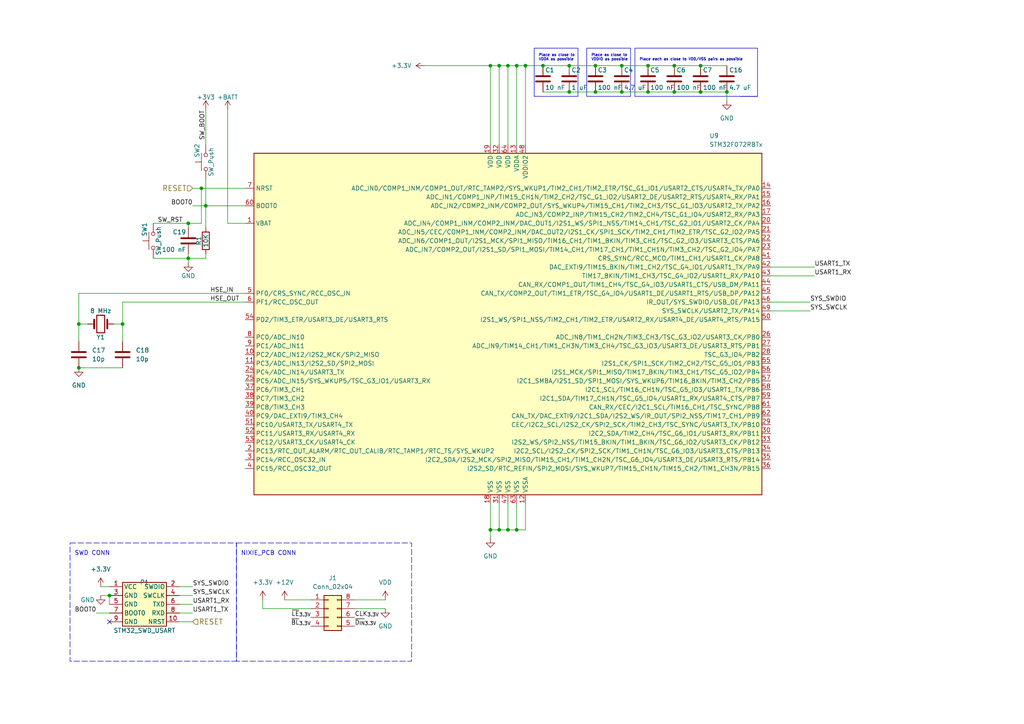
<source format=kicad_sch>
(kicad_sch (version 20230121) (generator eeschema)
  (paper "A4")
  (lib_symbols
    (symbol "Connector_Generic:Conn_02x04_Counter_Clockwise" (pin_names (offset 1.016) hide)
      (property "Reference" "J" (at 1.27 5.08 0))
      (property "Value" "Conn_02x04_Counter_Clockwise" (at 1.27 -7.62 0))
      (symbol "Conn_02x04_Counter_Clockwise_1_1"
        (rectangle (start -1.27 -4.953) (end 0 -5.207) (stroke (width 0.1524)))
        (rectangle (start -1.27 -2.413) (end 0 -2.667) (stroke (width 0.1524)))
        (rectangle (start -1.27 0.127) (end 0 -0.127) (stroke (width 0.1524)))
        (rectangle (start -1.27 2.667) (end 0 2.413) (stroke (width 0.1524)))
        (rectangle (start -1.27 3.81) (end 3.81 -6.35) (stroke (width 0.254)) (fill (type background)))
        (rectangle (start 3.81 -4.953) (end 2.54 -5.207) (stroke (width 0.1524)))
        (rectangle (start 3.81 -2.413) (end 2.54 -2.667) (stroke (width 0.1524)))
        (rectangle (start 3.81 0.127) (end 2.54 -0.127) (stroke (width 0.1524)))
        (rectangle (start 3.81 2.667) (end 2.54 2.413) (stroke (width 0.1524)))
        (pin passive line (at -5.08 2.54 0) (length 3.81) (name "Pin_1") (number "1"))
        (pin passive line (at -5.08 0 0) (length 3.81) (name "Pin_2") (number "2"))
        (pin passive line (at -5.08 -2.54 0) (length 3.81) (name "Pin_3") (number "3"))
        (pin passive line (at -5.08 -5.08 0) (length 3.81) (name "Pin_4") (number "4"))
        (pin passive line (at 7.62 -5.08 180) (length 3.81) (name "Pin_5") (number "5"))
        (pin passive line (at 7.62 -2.54 180) (length 3.81) (name "Pin_6") (number "6"))
        (pin passive line (at 7.62 0 180) (length 3.81) (name "Pin_7") (number "7"))
        (pin passive line (at 7.62 2.54 180) (length 3.81) (name "Pin_8") (number "8"))
      )
    )
    (symbol "Device:C" (pin_numbers hide) (pin_names (offset 0.254))
      (property "Reference" "C" (at 0.635 2.54 0))
      (property "Value" "C" (at 0.635 -2.54 0))
      (symbol "C_0_1"
        (polyline (pts (xy -2.032 -0.762) (xy 2.032 -0.762)) (stroke (width 0.508)))
        (polyline (pts (xy -2.032 0.762) (xy 2.032 0.762)) (stroke (width 0.508)))
      )
      (symbol "C_1_1"
        (pin passive line (at 0 3.81 270) (length 2.794) (name "~") (number "1"))
        (pin passive line (at 0 -3.81 90) (length 2.794) (name "~") (number "2"))
      )
    )
    (symbol "Device:Crystal" (pin_numbers hide) (pin_names (offset 1.016) hide)
      (property "Reference" "Y" (at 0 3.81 0))
      (property "Value" "Crystal" (at 0 -3.81 0))
      (symbol "Crystal_0_1"
        (rectangle (start -1.143 2.54) (end 1.143 -2.54) (stroke (width 0.3048)))
        (polyline (pts (xy -2.54 0) (xy -1.905 0)))
        (polyline (pts (xy -1.905 -1.27) (xy -1.905 1.27)) (stroke (width 0.508)))
        (polyline (pts (xy 1.905 -1.27) (xy 1.905 1.27)) (stroke (width 0.508)))
        (polyline (pts (xy 2.54 0) (xy 1.905 0)))
      )
      (symbol "Crystal_1_1"
        (pin passive line (at -3.81 0 0) (length 1.27) (name "1") (number "1"))
        (pin passive line (at 3.81 0 180) (length 1.27) (name "2") (number "2"))
      )
    )
    (symbol "Device:R" (pin_numbers hide) (pin_names (offset 0))
      (property "Reference" "R" (at 2.032 0 90))
      (property "Value" "R" (at 0 0 90))
      (symbol "R_0_1"
        (rectangle (start -1.016 -2.54) (end 1.016 2.54) (stroke (width 0.254)))
      )
      (symbol "R_1_1"
        (pin passive line (at 0 3.81 270) (length 1.27) (name "~") (number "1"))
        (pin passive line (at 0 -3.81 90) (length 1.27) (name "~") (number "2"))
      )
    )
    (symbol "MCU_ST_STM32F0:STM32F072RBTx"
      (property "Reference" "U1" (at 58.42 55.88 0))
      (property "Value" "STM32F072RBTx" (at 58.42 53.34 0))
      (symbol "STM32F072RBTx_0_1"
        (rectangle (start -73.66 50.8) (end 73.66 -48.26) (stroke (width 0.254)) (fill (type background)))
      )
      (symbol "STM32F072RBTx_1_1"
        (pin power_in line (at -76.2 30.48 0) (length 2.54) (name "VBAT") (number "1"))
        (pin bidirectional line (at -76.2 -7.62 0) (length 2.54) (name "PC2/ADC_IN12/I2S2_MCK/SPI2_MISO") (number "10"))
        (pin bidirectional line (at -76.2 -10.16 0) (length 2.54) (name "PC3/ADC_IN13/I2S2_SD/SPI2_MOSI") (number "11"))
        (pin power_in line (at 5.08 -50.8 90) (length 2.54) (name "VSSA") (number "12"))
        (pin power_in line (at 2.54 53.34 270) (length 2.54) (name "VDDA") (number "13"))
        (pin bidirectional line (at 76.2 40.64 180) (length 2.54) (name "ADC_IN0/COMP1_INM/COMP1_OUT/RTC_TAMP2/SYS_WKUP1/TIM2_CH1/TIM2_ETR/TSC_G1_IO1/USART2_CTS/USART4_TX/PA0") (number "14"))
        (pin bidirectional line (at 76.2 38.1 180) (length 2.54) (name "ADC_IN1/COMP1_INP/TIM15_CH1N/TIM2_CH2/TSC_G1_IO2/USART2_DE/USART2_RTS/USART4_RX/PA1") (number "15"))
        (pin bidirectional line (at 76.2 35.56 180) (length 2.54) (name "ADC_IN2/COMP2_INM/COMP2_OUT/SYS_WKUP4/TIM15_CH1/TIM2_CH3/TSC_G1_IO3/USART2_TX/PA2") (number "16"))
        (pin bidirectional line (at 76.2 33.02 180) (length 2.54) (name "ADC_IN3/COMP2_INP/TIM15_CH2/TIM2_CH4/TSC_G1_IO4/USART2_RX/PA3") (number "17"))
        (pin power_in line (at -5.08 -50.8 90) (length 2.54) (name "VSS") (number "18"))
        (pin power_in line (at -5.08 53.34 270) (length 2.54) (name "VDD") (number "19"))
        (pin bidirectional line (at -76.2 -35.56 0) (length 2.54) (name "PC13/RTC_OUT_ALARM/RTC_OUT_CALIB/RTC_TAMP1/RTC_TS/SYS_WKUP2") (number "2"))
        (pin bidirectional line (at 76.2 30.48 180) (length 2.54) (name "ADC_IN4/COMP1_INM/COMP2_INM/DAC_OUT1/I2S1_WS/SPI1_NSS/TIM14_CH1/TSC_G2_IO1/USART2_CK/PA4") (number "20"))
        (pin bidirectional line (at 76.2 27.94 180) (length 2.54) (name "ADC_IN5/CEC/COMP1_INM/COMP2_INM/DAC_OUT2/I2S1_CK/SPI1_SCK/TIM2_CH1/TIM2_ETR/TSC_G2_IO2/PA5") (number "21"))
        (pin bidirectional line (at 76.2 25.4 180) (length 2.54) (name "ADC_IN6/COMP1_OUT/I2S1_MCK/SPI1_MISO/TIM16_CH1/TIM1_BKIN/TIM3_CH1/TSC_G2_IO3/USART3_CTS/PA6") (number "22"))
        (pin bidirectional line (at 76.2 22.86 180) (length 2.54) (name "ADC_IN7/COMP2_OUT/I2S1_SD/SPI1_MOSI/TIM14_CH1/TIM17_CH1/TIM1_CH1N/TIM3_CH2/TSC_G2_IO4/PA7") (number "23"))
        (pin bidirectional line (at -76.2 -12.7 0) (length 2.54) (name "PC4/ADC_IN14/USART3_TX") (number "24"))
        (pin bidirectional line (at -76.2 -15.24 0) (length 2.54) (name "PC5/ADC_IN15/SYS_WKUP5/TSC_G3_IO1/USART3_RX") (number "25"))
        (pin bidirectional line (at 76.2 -2.54 180) (length 2.54) (name "ADC_IN8/TIM1_CH2N/TIM3_CH3/TSC_G3_IO2/USART3_CK/PB0") (number "26"))
        (pin bidirectional line (at 76.2 -5.08 180) (length 2.54) (name "ADC_IN9/TIM14_CH1/TIM1_CH3N/TIM3_CH4/TSC_G3_IO3/USART3_DE/USART3_RTS/PB1") (number "27"))
        (pin bidirectional line (at 76.2 -7.62 180) (length 2.54) (name "TSC_G3_IO4/PB2") (number "28"))
        (pin bidirectional line (at 76.2 -27.94 180) (length 2.54) (name "CEC/I2C2_SCL/I2S2_CK/SPI2_SCK/TIM2_CH3/TSC_SYNC/USART3_TX/PB10") (number "29"))
        (pin bidirectional line (at -76.2 -38.1 0) (length 2.54) (name "PC14/RCC_OSC32_IN") (number "3"))
        (pin bidirectional line (at 76.2 -30.48 180) (length 2.54) (name "I2C2_SDA/TIM2_CH4/TSC_G6_IO1/USART3_RX/PB11") (number "30"))
        (pin power_in line (at -2.54 -50.8 90) (length 2.54) (name "VSS") (number "31"))
        (pin power_in line (at -2.54 53.34 270) (length 2.54) (name "VDD") (number "32"))
        (pin bidirectional line (at 76.2 -33.02 180) (length 2.54) (name "I2S2_WS/SPI2_NSS/TIM15_BKIN/TIM1_BKIN/TSC_G6_IO2/USART3_CK/PB12") (number "33"))
        (pin bidirectional line (at 76.2 -35.56 180) (length 2.54) (name "I2C2_SCL/I2S2_CK/SPI2_SCK/TIM1_CH1N/TSC_G6_IO3/USART3_CTS/PB13") (number "34"))
        (pin bidirectional line (at 76.2 -38.1 180) (length 2.54) (name "I2C2_SDA/I2S2_MCK/SPI2_MISO/TIM15_CH1/TIM1_CH2N/TSC_G6_IO4/USART3_DE/USART3_RTS/PB14") (number "35"))
        (pin bidirectional line (at 76.2 -40.64 180) (length 2.54) (name "I2S2_SD/RTC_REFIN/SPI2_MOSI/SYS_WKUP7/TIM15_CH1N/TIM15_CH2/TIM1_CH3N/PB15") (number "36"))
        (pin bidirectional line (at -76.2 -17.78 0) (length 2.54) (name "PC6/TIM3_CH1") (number "37"))
        (pin bidirectional line (at -76.2 -20.32 0) (length 2.54) (name "PC7/TIM3_CH2") (number "38"))
        (pin bidirectional line (at -76.2 -22.86 0) (length 2.54) (name "PC8/TIM3_CH3") (number "39"))
        (pin bidirectional line (at -76.2 -40.64 0) (length 2.54) (name "PC15/RCC_OSC32_OUT") (number "4"))
        (pin bidirectional line (at -76.2 -25.4 0) (length 2.54) (name "PC9/DAC_EXTI9/TIM3_CH4") (number "40"))
        (pin bidirectional line (at 76.2 20.32 180) (length 2.54) (name "CRS_SYNC/RCC_MCO/TIM1_CH1/USART1_CK/PA8") (number "41"))
        (pin bidirectional line (at 76.2 17.78 180) (length 2.54) (name "DAC_EXTI9/TIM15_BKIN/TIM1_CH2/TSC_G4_IO1/USART1_TX/PA9") (number "42"))
        (pin bidirectional line (at 76.2 15.24 180) (length 2.54) (name "TIM17_BKIN/TIM1_CH3/TSC_G4_IO2/USART1_RX/PA10") (number "43"))
        (pin bidirectional line (at 76.2 12.7 180) (length 2.54) (name "CAN_RX/COMP1_OUT/TIM1_CH4/TSC_G4_IO3/USART1_CTS/USB_DM/PA11") (number "44"))
        (pin bidirectional line (at 76.2 10.16 180) (length 2.54) (name "CAN_TX/COMP2_OUT/TIM1_ETR/TSC_G4_IO4/USART1_DE/USART1_RTS/USB_DP/PA12") (number "45"))
        (pin bidirectional line (at 76.2 7.62 180) (length 2.54) (name "IR_OUT/SYS_SWDIO/USB_OE/PA13") (number "46"))
        (pin power_in line (at 0 -50.8 90) (length 2.54) (name "VSS") (number "47"))
        (pin power_in line (at 5.08 53.34 270) (length 2.54) (name "VDDIO2") (number "48"))
        (pin bidirectional line (at 76.2 5.08 180) (length 2.54) (name "SYS_SWCLK/USART2_TX/PA14") (number "49"))
        (pin input line (at -76.2 10.16 0) (length 2.54) (name "PF0/CRS_SYNC/RCC_OSC_IN") (number "5"))
        (pin bidirectional line (at 76.2 2.54 180) (length 2.54) (name "I2S1_WS/SPI1_NSS/TIM2_CH1/TIM2_ETR/USART2_RX/USART4_DE/USART4_RTS/PA15") (number "50"))
        (pin bidirectional line (at -76.2 -27.94 0) (length 2.54) (name "PC10/USART3_TX/USART4_TX") (number "51"))
        (pin bidirectional line (at -76.2 -30.48 0) (length 2.54) (name "PC11/USART3_RX/USART4_RX") (number "52"))
        (pin bidirectional line (at -76.2 -33.02 0) (length 2.54) (name "PC12/USART3_CK/USART4_CK") (number "53"))
        (pin bidirectional line (at -76.2 2.54 0) (length 2.54) (name "PD2/TIM3_ETR/USART3_DE/USART3_RTS") (number "54"))
        (pin bidirectional line (at 76.2 -10.16 180) (length 2.54) (name "I2S1_CK/SPI1_SCK/TIM2_CH2/TSC_G5_IO1/PB3") (number "55"))
        (pin bidirectional line (at 76.2 -12.7 180) (length 2.54) (name "I2S1_MCK/SPI1_MISO/TIM17_BKIN/TIM3_CH1/TSC_G5_IO2/PB4") (number "56"))
        (pin bidirectional line (at 76.2 -15.24 180) (length 2.54) (name "I2C1_SMBA/I2S1_SD/SPI1_MOSI/SYS_WKUP6/TIM16_BKIN/TIM3_CH2/PB5") (number "57"))
        (pin bidirectional line (at 76.2 -17.78 180) (length 2.54) (name "I2C1_SCL/TIM16_CH1N/TSC_G5_IO3/USART1_TX/PB6") (number "58"))
        (pin bidirectional line (at 76.2 -20.32 180) (length 2.54) (name "I2C1_SDA/TIM17_CH1N/TSC_G5_IO4/USART1_RX/USART4_CTS/PB7") (number "59"))
        (pin input line (at -76.2 7.62 0) (length 2.54) (name "PF1/RCC_OSC_OUT") (number "6"))
        (pin input line (at -76.2 35.56 0) (length 2.54) (name "BOOT0") (number "60"))
        (pin bidirectional line (at 76.2 -22.86 180) (length 2.54) (name "CAN_RX/CEC/I2C1_SCL/TIM16_CH1/TSC_SYNC/PB8") (number "61"))
        (pin bidirectional line (at 76.2 -25.4 180) (length 2.54) (name "CAN_TX/DAC_EXTI9/I2C1_SDA/I2S2_WS/IR_OUT/SPI2_NSS/TIM17_CH1/PB9") (number "62"))
        (pin power_in line (at 2.54 -50.8 90) (length 2.54) (name "VSS") (number "63"))
        (pin power_in line (at 0 53.34 270) (length 2.54) (name "VDD") (number "64"))
        (pin input line (at -76.2 40.64 0) (length 2.54) (name "NRST") (number "7"))
        (pin bidirectional line (at -76.2 -2.54 0) (length 2.54) (name "PC0/ADC_IN10") (number "8"))
        (pin bidirectional line (at -76.2 -5.08 0) (length 2.54) (name "PC1/ADC_IN11") (number "9"))
      )
    )
    (symbol "NIXIE:HV" (power) (pin_names (offset 0))
      (property "Value" "HV" (at 0 5.08 0))
      (symbol "HV_0_1"
        (polyline (pts (xy -0.762 1.27) (xy 0 2.54)))
        (polyline (pts (xy 0 0) (xy 0 2.54)))
        (polyline (pts (xy 0 2.54) (xy 0.762 1.27)))
      )
      (symbol "HV_1_1"
        (pin power_in line (at 0 0 90) (length 0) hide (name "VDD") (number "1"))
      )
    )
    (symbol "Switch:SW_Push" (pin_numbers hide) (pin_names (offset 1.016) hide)
      (property "Reference" "SW" (at 1.27 2.54 0))
      (property "Value" "SW_Push" (at 0 -1.524 0))
      (symbol "SW_Push_0_1"
        (circle (center -2.032 0) (radius 0.508))
        (polyline (pts (xy 0 1.27) (xy 0 3.048)))
        (polyline (pts (xy 2.54 1.27) (xy -2.54 1.27)))
        (circle (center 2.032 0) (radius 0.508))
        (pin passive line (at -5.08 0 0) (length 2.54) (name "1") (number "1"))
        (pin passive line (at 5.08 0 180) (length 2.54) (name "2") (number "2"))
      )
    )
    (symbol "TubeClock-rescue:+3.3V-power" (power) (pin_names (offset 0))
      (property "Value" "+3.3V-power" (at 0 3.556 0))
      (symbol "+3.3V-power_0_1"
        (polyline (pts (xy -0.762 1.27) (xy 0 2.54)))
        (polyline (pts (xy 0 0) (xy 0 2.54)))
        (polyline (pts (xy 0 2.54) (xy 0.762 1.27)))
      )
      (symbol "+3.3V-power_1_1"
        (pin power_in line (at 0 0 90) (length 0) hide (name "+3V3") (number "1"))
      )
    )
    (symbol "TubeClock-rescue:STM32_SWD_USART-win" (pin_names (offset 0.381))
      (property "Reference" "P" (at 0 7.62 0))
      (property "Value" "win_STM32_SWD_USART" (at 0 -7.62 0))
      (symbol "STM32_SWD_USART-win_0_1"
        (rectangle (start -6.35 6.35) (end 6.35 -6.35) (stroke (width 0.254)) (fill (type background)))
      )
      (symbol "STM32_SWD_USART-win_1_1"
        (pin passive line (at -10.16 5.08 0) (length 3.81) (name "VCC") (number "1"))
        (pin passive line (at 10.16 -5.08 180) (length 3.81) (name "NRST") (number "10"))
        (pin passive line (at 10.16 5.08 180) (length 3.81) (name "SWDIO") (number "2"))
        (pin passive line (at -10.16 2.54 0) (length 3.81) (name "GND") (number "3"))
        (pin passive line (at 10.16 2.54 180) (length 3.81) (name "SWCLK") (number "4"))
        (pin passive line (at -10.16 0 0) (length 3.81) (name "GND") (number "5"))
        (pin passive line (at 10.16 0 180) (length 3.81) (name "TXD") (number "6"))
        (pin passive line (at -10.16 -2.54 0) (length 3.81) (name "BOOT0") (number "7"))
        (pin passive line (at 10.16 -2.54 180) (length 3.81) (name "RXD") (number "8"))
        (pin passive line (at -10.16 -5.08 0) (length 3.81) (name "GND") (number "9"))
      )
    )
    (symbol "power:+12V" (power) (pin_names (offset 0))
      (property "Value" "+12V" (at 0 3.556 0))
      (symbol "+12V_0_1"
        (polyline (pts (xy -0.762 1.27) (xy 0 2.54)))
        (polyline (pts (xy 0 0) (xy 0 2.54)))
        (polyline (pts (xy 0 2.54) (xy 0.762 1.27)))
      )
      (symbol "+12V_1_1"
        (pin power_in line (at 0 0 90) (length 0) hide (name "+12V") (number "1"))
      )
    )
    (symbol "power:+3.3V" (power) (pin_names (offset 0))
      (property "Value" "+3.3V" (at 0 3.556 0))
      (symbol "+3.3V_0_1"
        (polyline (pts (xy -0.762 1.27) (xy 0 2.54)))
        (polyline (pts (xy 0 0) (xy 0 2.54)))
        (polyline (pts (xy 0 2.54) (xy 0.762 1.27)))
      )
      (symbol "+3.3V_1_1"
        (pin power_in line (at 0 0 90) (length 0) hide (name "+3.3V") (number "1"))
      )
    )
    (symbol "power:+BATT" (power) (pin_names (offset 0))
      (property "Value" "+BATT" (at 0 3.556 0))
      (symbol "+BATT_0_1"
        (polyline (pts (xy -0.762 1.27) (xy 0 2.54)))
        (polyline (pts (xy 0 0) (xy 0 2.54)))
        (polyline (pts (xy 0 2.54) (xy 0.762 1.27)))
      )
      (symbol "+BATT_1_1"
        (pin power_in line (at 0 0 90) (length 0) hide (name "+BATT") (number "1"))
      )
    )
    (symbol "power:GND" (power) (pin_names (offset 0))
      (property "Value" "GND" (at 0 -3.81 0))
      (symbol "GND_0_1"
        (polyline (pts (xy 0 0) (xy 0 -1.27) (xy 1.27 -1.27) (xy 0 -2.54) (xy -1.27 -1.27) (xy 0 -1.27)))
      )
      (symbol "GND_1_1"
        (pin power_in line (at 0 0 270) (length 0) hide (name "GND") (number "1"))
      )
    )
  )
  (junction (at 31.75 172.72))
  (junction (at 144.78 153.67))
  (junction (at 149.86 19.05))
  (junction (at 152.4 19.05))
  (junction (at 142.24 153.67))
  (junction (at 187.96 26.67))
  (junction (at 22.86 93.98))
  (junction (at 165.1 26.67))
  (junction (at 54.61 74.93))
  (junction (at 203.2 19.05))
  (junction (at 147.32 153.67))
  (junction (at 203.2 26.67))
  (junction (at 142.24 19.05))
  (junction (at 147.32 19.05))
  (junction (at 210.82 26.67))
  (junction (at 58.42 54.61))
  (junction (at 172.72 26.67))
  (junction (at 157.48 19.05))
  (junction (at 59.69 59.69))
  (junction (at 195.58 26.67))
  (junction (at 35.56 93.98))
  (junction (at 54.61 64.77))
  (junction (at 149.86 153.67))
  (junction (at 165.1 19.05))
  (junction (at 180.34 26.67))
  (junction (at 144.78 19.05))
  (junction (at 180.34 19.05))
  (junction (at 172.72 19.05))
  (junction (at 22.86 106.68))
  (junction (at 187.96 19.05))
  (junction (at 195.58 19.05))
  (no_connect (at 31.75 180.34))
  (wire (pts (xy 147.32 153.67) (xy 149.86 153.67)))
  (polyline (pts (xy 214.63 27.94) (xy 219.71 27.94)))
  (wire (pts (xy 234.95 87.63) (xy 223.52 87.63)))
  (wire (pts (xy 147.32 19.05) (xy 147.32 41.91)))
  (wire (pts (xy 172.72 19.05) (xy 180.34 19.05)))
  (wire (pts (xy 59.69 59.69) (xy 59.69 66.04)))
  (wire (pts (xy 35.56 87.63) (xy 35.56 93.98)))
  (wire (pts (xy 52.07 175.26) (xy 55.88 175.26)))
  (wire (pts (xy 54.61 74.93) (xy 54.61 76.2)))
  (wire (pts (xy 195.58 19.05) (xy 203.2 19.05)))
  (wire (pts (xy 149.86 19.05) (xy 152.4 19.05)))
  (polyline (pts (xy 182.88 13.97) (xy 170.18 13.97)))
  (wire (pts (xy 210.82 29.21) (xy 210.82 26.67)))
  (wire (pts (xy 144.78 19.05) (xy 144.78 41.91)))
  (wire (pts (xy 35.56 87.63) (xy 71.12 87.63)))
  (wire (pts (xy 223.52 77.47) (xy 236.22 77.47)))
  (wire (pts (xy 152.4 153.67) (xy 152.4 146.05)))
  (wire (pts (xy 149.86 153.67) (xy 149.86 146.05)))
  (wire (pts (xy 29.21 170.18) (xy 31.75 170.18)))
  (wire (pts (xy 31.75 172.72) (xy 31.75 175.26)))
  (wire (pts (xy 147.32 153.67) (xy 147.32 146.05)))
  (wire (pts (xy 76.2 176.53) (xy 90.17 176.53)))
  (polyline (pts (xy 170.18 27.94) (xy 182.88 27.94)))
  (polyline (pts (xy 184.15 13.97) (xy 184.15 27.94)))
  (wire (pts (xy 27.94 177.8) (xy 31.75 177.8)))
  (wire (pts (xy 223.52 90.17) (xy 234.95 90.17)))
  (wire (pts (xy 165.1 19.05) (xy 172.72 19.05)))
  (wire (pts (xy 203.2 19.05) (xy 210.82 19.05)))
  (wire (pts (xy 58.42 54.61) (xy 55.88 54.61)))
  (wire (pts (xy 157.48 26.67) (xy 165.1 26.67)))
  (wire (pts (xy 54.61 73.66) (xy 54.61 74.93)))
  (wire (pts (xy 157.48 19.05) (xy 165.1 19.05)))
  (wire (pts (xy 180.34 19.05) (xy 187.96 19.05)))
  (wire (pts (xy 52.07 177.8) (xy 55.88 177.8)))
  (polyline (pts (xy 167.64 27.94) (xy 167.64 13.97)))
  (wire (pts (xy 165.1 26.67) (xy 172.72 26.67)))
  (wire (pts (xy 59.69 74.93) (xy 59.69 73.66)))
  (wire (pts (xy 149.86 153.67) (xy 152.4 153.67)))
  (wire (pts (xy 52.07 170.18) (xy 55.88 170.18)))
  (polyline (pts (xy 219.71 13.97) (xy 184.15 13.97)))
  (wire (pts (xy 147.32 19.05) (xy 149.86 19.05)))
  (wire (pts (xy 187.96 19.05) (xy 195.58 19.05)))
  (wire (pts (xy 59.69 31.75) (xy 59.69 41.91)))
  (wire (pts (xy 142.24 156.21) (xy 142.24 153.67)))
  (wire (pts (xy 76.2 173.99) (xy 76.2 176.53)))
  (wire (pts (xy 152.4 19.05) (xy 152.4 41.91)))
  (wire (pts (xy 33.02 93.98) (xy 35.56 93.98)))
  (wire (pts (xy 44.45 64.77) (xy 54.61 64.77)))
  (wire (pts (xy 58.42 54.61) (xy 71.12 54.61)))
  (wire (pts (xy 52.07 180.34) (xy 55.88 180.34)))
  (wire (pts (xy 142.24 153.67) (xy 142.24 146.05)))
  (wire (pts (xy 144.78 153.67) (xy 144.78 146.05)))
  (wire (pts (xy 55.88 59.69) (xy 59.69 59.69)))
  (wire (pts (xy 71.12 64.77) (xy 66.04 64.77)))
  (wire (pts (xy 54.61 74.93) (xy 59.69 74.93)))
  (wire (pts (xy 58.42 64.77) (xy 58.42 54.61)))
  (wire (pts (xy 54.61 64.77) (xy 58.42 64.77)))
  (wire (pts (xy 22.86 85.09) (xy 22.86 93.98)))
  (wire (pts (xy 144.78 153.67) (xy 147.32 153.67)))
  (wire (pts (xy 54.61 66.04) (xy 54.61 64.77)))
  (wire (pts (xy 142.24 153.67) (xy 144.78 153.67)))
  (wire (pts (xy 187.96 26.67) (xy 195.58 26.67)))
  (wire (pts (xy 59.69 59.69) (xy 71.12 59.69)))
  (wire (pts (xy 22.86 93.98) (xy 25.4 93.98)))
  (polyline (pts (xy 170.18 13.97) (xy 170.18 27.94)))
  (wire (pts (xy 82.55 173.99) (xy 90.17 173.99)))
  (wire (pts (xy 144.78 19.05) (xy 147.32 19.05)))
  (wire (pts (xy 22.86 106.68) (xy 35.56 106.68)))
  (wire (pts (xy 172.72 26.67) (xy 180.34 26.67)))
  (wire (pts (xy 22.86 93.98) (xy 22.86 99.06)))
  (wire (pts (xy 123.19 19.05) (xy 142.24 19.05)))
  (wire (pts (xy 203.2 26.67) (xy 210.82 26.67)))
  (polyline (pts (xy 182.88 27.94) (xy 182.88 13.97)))
  (polyline (pts (xy 219.71 13.97) (xy 219.71 27.94)))
  (wire (pts (xy 59.69 52.07) (xy 59.69 59.69)))
  (wire (pts (xy 142.24 19.05) (xy 144.78 19.05)))
  (polyline (pts (xy 167.64 13.97) (xy 154.94 13.97)))
  (wire (pts (xy 142.24 19.05) (xy 142.24 41.91)))
  (wire (pts (xy 195.58 26.67) (xy 203.2 26.67)))
  (polyline (pts (xy 184.15 27.94) (xy 219.71 27.94)))
  (wire (pts (xy 111.76 173.99) (xy 102.87 173.99)))
  (wire (pts (xy 66.04 64.77) (xy 66.04 31.75)))
  (wire (pts (xy 29.21 172.72) (xy 31.75 172.72)))
  (wire (pts (xy 35.56 93.98) (xy 35.56 99.06)))
  (wire (pts (xy 180.34 26.67) (xy 187.96 26.67)))
  (wire (pts (xy 52.07 172.72) (xy 55.88 172.72)))
  (wire (pts (xy 22.86 85.09) (xy 71.12 85.09)))
  (polyline (pts (xy 154.94 13.97) (xy 154.94 27.94)))
  (wire (pts (xy 149.86 19.05) (xy 149.86 41.91)))
  (wire (pts (xy 152.4 19.05) (xy 157.48 19.05)))
  (polyline (pts (xy 154.94 27.94) (xy 167.64 27.94)))
  (wire (pts (xy 111.76 176.53) (xy 102.87 176.53)))
  (wire (pts (xy 236.22 80.01) (xy 223.52 80.01)))
  (wire (pts (xy 44.45 74.93) (xy 54.61 74.93)))
  (rectangle (start 68.58 157.48) (end 119.38 191.77) (stroke (width 0) (type dash)))
  (rectangle (start 20.32 157.48) (end 68.58 191.77) (stroke (width 0) (type dash)))
  (text "SWD CONN\n" (at 21.59 161.29 0) (effects (font (size 1.27 1.27)) (justify left bottom)))
  (text "Place each as close to VDD/VSS pairs as possible" (at 185.42 17.78 0) (effects (font (size 0.762 0.762)) (justify left bottom)))
  (text "Place as close to\nVDDA as possible" (at 156.21 17.78 0) (effects (font (size 0.762 0.762)) (justify left bottom)))
  (text "NIXIE_PCB CONN" (at 69.85 161.29 0) (effects (font (size 1.27 1.27)) (justify left bottom)))
  (text "Place as close to\nVDDIO as possible" (at 171.45 17.78 0) (effects (font (size 0.762 0.762)) (justify left bottom)))
  (label "~{LE}_{3.3V}" (at 90.17 179.07 180))
  (label "~{BL}_{3.3V}" (at 90.17 181.61 180))
  (label "SYS_SWCLK" (at 55.88 172.72 0))
  (label "BOOT0" (at 27.94 177.8 180))
  (label "SYS_SWDIO" (at 234.95 87.63 0))
  (label "USART1_RX" (at 236.22 80.01 0))
  (label "~{D_{IN}}_{3.3V}" (at 102.87 181.61 0))
  (label "HSE_IN" (at 60.96 85.09 0))
  (label "BOOT0" (at 55.88 59.69 180))
  (label "SYS_SWDIO" (at 55.88 170.18 0))
  (label "SW_BOOT" (at 59.69 40.64 90))
  (label "USART1_TX" (at 55.88 177.8 0))
  (label "USART1_RX" (at 55.88 175.26 0))
  (label "CLK_{3.3V}" (at 102.87 179.07 0))
  (label "SW_RST" (at 45.72 64.77 0))
  (label "SYS_SWCLK" (at 234.95 90.17 0))
  (label "HSE_OUT" (at 60.96 87.63 0))
  (label "USART1_TX" (at 236.22 77.47 0))
  (hierarchical_label "RESET" (shape input) (at 55.88 54.61 180) (effects (font (size 1.524 1.524))))
  (hierarchical_label "RESET" (shape input) (at 55.88 180.34 0) (effects (font (size 1.524 1.524))))
  (symbol (lib_id "power:+3.3V") (at 123.19 19.05 90) (unit 1)
    (property "Reference" "#PWR01" (effects hide))
    (property "Value" "+3.3V" (at 119.38 19.05 90) (effects (justify left)))
  )
  (symbol (lib_id "Device:C") (at 210.82 22.86 0) (unit 1)
    (property "Reference" "C16" (at 211.455 20.32 0) (effects (justify left)))
    (property "Value" "4.7 uF" (at 211.455 25.4 0) (effects (justify left)))
    (property "Footprint" "Capacitor_SMD:C_0603_1608Metric_Pad1.08x0.95mm_HandSolder" (effects hide))
    (instances (project "nixie_clock" (path "" (reference "C16") (unit 1))) (project "TubeClock" (path "" (reference "C20") (unit 1))))
  )
  (symbol (lib_id "Device:C") (at 180.34 22.86 0) (unit 1)
    (property "Reference" "C4" (at 180.975 20.32 0) (effects (justify left)))
    (property "Value" "4.7 uF" (at 180.975 25.4 0) (effects (justify left)))
    (property "Footprint" "Capacitor_SMD:C_0603_1608Metric_Pad1.08x0.95mm_HandSolder" (effects hide))
    (instances (project "nixie_clock" (path "" (reference "C4") (unit 1))) (project "TubeClock" (path "" (reference "C16") (unit 1))))
  )
  (symbol (lib_id "Device:C") (at 187.96 22.86 0) (unit 1)
    (property "Reference" "C5" (at 188.595 20.32 0) (effects (justify left)))
    (property "Value" "100 nF" (at 188.595 25.4 0) (effects (justify left)))
    (property "Footprint" "Capacitor_SMD:C_0603_1608Metric_Pad1.08x0.95mm_HandSolder" (effects hide))
    (instances (project "nixie_clock" (path "" (reference "C5") (unit 1))) (project "TubeClock" (path "" (reference "C17") (unit 1))))
  )
  (symbol (lib_id "power:GND") (at 22.86 106.68 0) (unit 1)
    (property "Reference" "#PWR04" (effects hide))
    (property "Value" "GND" (at 22.86 111.76 0))
  )
  (symbol (lib_id "Device:R") (at 59.69 69.85 180) (unit 1)
    (property "Reference" "R1" (at 57.658 69.85 90))
    (property "Value" "10K" (at 59.69 69.85 90))
    (property "Footprint" "Resistor_SMD:R_0805_2012Metric" (effects hide))
    (instances (project "nixie_clock" (path "" (reference "R1") (unit 1))) (project "TubeClock" (path "" (reference "R13") (unit 1))))
  )
  (symbol (lib_id "Switch:SW_Push") (at 59.69 46.99 90) (unit 1)
    (property "Reference" "SW2" (at 57.15 45.72 0) (effects (justify left)))
    (property "Value" "SW_Push" (at 61.214 46.99 0))
    (property "Footprint" "Button_Switch_SMD:SW_Push_1P1T_NO_CK_KMR2" (effects hide))
    (property "Datasheet" "https://www.ckswitches.com/media/1479/kmr2.pdf" (effects hide))
    (property "Part Number" "KMR221G LFS" (effects hide))
    (instances (project "nixie_clock" (path "" (reference "SW2") (unit 1))) (project "TubeClock" (path "" (reference "SW?") (unit 1)) (path "" (reference "SW1") (unit 1)) (path "" (reference "SW?") (unit 1)) (path "" (reference "SW?") (unit 1))))
  )
  (symbol (lib_id "TubeClock-rescue:+3.3V-power") (at 59.69 31.75 0) (unit 1)
    (property "Reference" "#PWR06" (effects hide))
    (property "Value" "+3.3V" (at 59.69 28.194 0))
    (instances (project "nixie_clock" (path "" (reference "#PWR06") (unit 1))) (project "TubeClock" (path "" (reference "#PWR034") (unit 1))))
  )
  (symbol (lib_id "power:GND") (at 111.76 176.53 0) (mirror y) (unit 1)
    (property "Reference" "#PWR055" (effects hide))
    (property "Value" "GND" (at 111.76 181.61 0))
    (instances (project "nixie_clock" (path "" (reference "#PWR055") (unit 1)) (path "" (reference "#PWR060") (unit 1)) (path "" (reference "#PWR013") (unit 1)) (path "" (reference "#PWR013") (unit 1))))
  )
  (symbol (lib_id "Device:C") (at 195.58 22.86 0) (unit 1)
    (property "Reference" "C6" (at 196.215 20.32 0) (effects (justify left)))
    (property "Value" "100 nF" (at 196.215 25.4 0) (effects (justify left)))
    (property "Footprint" "Capacitor_SMD:C_0603_1608Metric_Pad1.08x0.95mm_HandSolder" (effects hide))
    (instances (project "nixie_clock" (path "" (reference "C6") (unit 1))) (project "TubeClock" (path "" (reference "C18") (unit 1))))
  )
  (symbol (lib_id "power:GND") (at 210.82 29.21 0) (unit 1)
    (property "Reference" "#PWR02" (effects hide))
    (property "Value" "GND" (at 210.82 34.29 0))
  )
  (symbol (lib_id "NIXIE:HV") (at 111.76 173.99 0) (unit 1)
    (property "Reference" "#PWR053" (effects hide))
    (property "Value" "HV" (at 111.76 168.91 0))
    (instances (project "nixie_clock" (path "" (reference "#PWR053") (unit 1)) (path "" (reference "#PWR032") (unit 1)) (path "" (reference "#PWR012") (unit 1)) (path "" (reference "#PWR012") (unit 1))))
  )
  (symbol (lib_id "power:+3.3V") (at 76.2 173.99 0) (unit 1)
    (property "Reference" "#PWR052" (effects hide))
    (property "Value" "+3.3V" (at 76.2 168.91 0))
    (instances (project "nixie_clock" (path "" (reference "#PWR052") (unit 1)) (path "" (reference "#PWR013") (unit 1)) (path "" (reference "#PWR08") (unit 1)) (path "" (reference "#PWR08") (unit 1))))
  )
  (symbol (lib_id "power:+3.3V") (at 29.21 170.18 0) (unit 1)
    (property "Reference" "#PWR020" (effects hide))
    (property "Value" "+3.3V" (at 29.21 165.1 0))
  )
  (symbol (lib_id "Device:C") (at 157.48 22.86 0) (unit 1)
    (property "Reference" "C1" (at 158.115 20.32 0) (effects (justify left)))
    (property "Value" "10 nF" (at 158.115 25.4 0) (effects (justify left)))
    (property "Footprint" "Capacitor_SMD:C_0603_1608Metric_Pad1.08x0.95mm_HandSolder" (effects hide))
    (instances (project "nixie_clock" (path "" (reference "C1") (unit 1))) (project "TubeClock" (path "" (reference "C13") (unit 1))))
  )
  (symbol (lib_id "Device:Crystal") (at 29.21 93.98 180) (unit 1)
    (property "Reference" "Y1" (at 29.21 97.79 0))
    (property "Value" "8 MHz" (at 29.21 90.17 0))
    (property "Footprint" "Crystal:Crystal_SMD_5032-4Pin_5.0x3.2mm" (effects hide))
    (property "Datasheet" "http://www.abracon.com/Resonators/abm3b.pdf" (effects hide))
    (property "Part Number" "ABM3B-8.000MHZ-10-1UT" (effects hide))
  )
  (symbol (lib_id "power:GND") (at 29.21 172.72 0) (unit 1)
    (property "Reference" "#PWR030" (effects hide))
    (property "Value" "GND" (at 25.4 173.99 0))
  )
  (symbol (lib_id "Device:C") (at 203.2 22.86 0) (unit 1)
    (property "Reference" "C7" (at 203.835 20.32 0) (effects (justify left)))
    (property "Value" "100 nF" (at 203.835 25.4 0) (effects (justify left)))
    (property "Footprint" "Capacitor_SMD:C_0603_1608Metric_Pad1.08x0.95mm_HandSolder" (effects hide))
    (instances (project "nixie_clock" (path "" (reference "C7") (unit 1))) (project "TubeClock" (path "" (reference "C19") (unit 1))))
  )
  (symbol (lib_id "Device:C") (at 165.1 22.86 0) (unit 1)
    (property "Reference" "C2" (at 165.735 20.32 0) (effects (justify left)))
    (property "Value" "1 uF" (at 165.735 25.4 0) (effects (justify left)))
    (property "Footprint" "Capacitor_SMD:C_0603_1608Metric_Pad1.08x0.95mm_HandSolder" (effects hide))
    (instances (project "nixie_clock" (path "" (reference "C2") (unit 1))) (project "TubeClock" (path "" (reference "C14") (unit 1))))
  )
  (symbol (lib_id "TubeClock-rescue:STM32_SWD_USART-win") (at 41.91 175.26 0) (unit 1)
    (property "Reference" "P1" (at 41.91 168.91 0))
    (property "Value" "STM32_SWD_USART" (at 41.91 182.88 0))
    (property "Footprint" "Connector_PinHeader_1.27mm:PinHeader_2x05_P1.27mm_Vertical" (effects hide))
  )
  (symbol (lib_id "power:+BATT") (at 66.04 31.75 0) (unit 1)
    (property "Reference" "#PWR07" (effects hide))
    (property "Value" "+BATT" (at 66.04 28.194 0))
    (instances (project "nixie_clock" (path "" (reference "#PWR07") (unit 1))) (project "TubeClock" (path "" (reference "#PWR035") (unit 1))))
  )
  (symbol (lib_id "Device:C") (at 172.72 22.86 0) (unit 1)
    (property "Reference" "C3" (at 173.355 20.32 0) (effects (justify left)))
    (property "Value" "100 nF" (at 173.355 25.4 0) (effects (justify left)))
    (property "Footprint" "Capacitor_SMD:C_0603_1608Metric_Pad1.08x0.95mm_HandSolder" (effects hide))
    (instances (project "nixie_clock" (path "" (reference "C3") (unit 1))) (project "TubeClock" (path "" (reference "C15") (unit 1))))
  )
  (symbol (lib_id "power:GND") (at 54.61 76.2 0) (unit 1)
    (property "Reference" "#PWR05" (effects hide))
    (property "Value" "GND" (at 54.61 80.01 0))
    (instances (project "nixie_clock" (path "" (reference "#PWR05") (unit 1))) (project "TubeClock" (path "" (reference "#PWR036") (unit 1))))
  )
  (symbol (lib_id "Connector_Generic:Conn_02x04_Counter_Clockwise") (at 95.25 176.53 0) (unit 1)
    (property "Reference" "J1" (at 96.52 167.64 0))
    (property "Value" "Conn_02x04" (at 96.52 170.18 0))
    (property "Footprint" "Connector_PinHeader_2.54mm:PinHeader_2x04_P2.54mm_Vertical" (effects hide))
  )
  (symbol (lib_id "power:GND") (at 142.24 156.21 0) (unit 1)
    (property "Reference" "#PWR03" (effects hide))
    (property "Value" "GND" (at 142.24 161.29 0))
  )
  (symbol (lib_id "MCU_ST_STM32F0:STM32F072RBTx") (at 147.32 95.25 0) (unit 1)
    (property "Reference" "U9" (at 205.74 39.37 0) (effects (justify left)))
    (property "Value" "STM32F072RBTx" (at 205.74 41.91 0) (effects (justify left)))
    (property "Footprint" "Package_QFP:LQFP-64_10x10mm_P0.5mm" (effects hide))
    (property "Datasheet" "https://www.st.com/resource/en/datasheet/stm32f072rb.pdf" (effects hide))
    (instances (project "nixie_clock" (path "" (reference "U9") (unit 1)) (path "" (reference "U1") (unit 1))))
  )
  (symbol (lib_id "Switch:SW_Push") (at 44.45 69.85 90) (unit 1)
    (property "Reference" "SW1" (at 41.91 68.58 0) (effects (justify left)))
    (property "Value" "SW_Push" (at 45.974 69.85 0))
    (property "Footprint" "Button_Switch_SMD:SW_Push_1P1T_NO_CK_KMR2" (effects hide))
    (property "Datasheet" "https://www.ckswitches.com/media/1479/kmr2.pdf" (effects hide))
    (property "Part Number" "KMR221G LFS" (effects hide))
    (instances (project "nixie_clock" (path "" (reference "SW1") (unit 1))) (project "TubeClock" (path "" (reference "SW?") (unit 1)) (path "" (reference "SW2") (unit 1)) (path "" (reference "SW?") (unit 1)) (path "" (reference "SW?") (unit 1))))
  )
  (symbol (lib_id "Device:C") (at 22.86 102.87 0) (unit 1)
    (property "Reference" "C17" (at 26.67 101.6 0) (effects (justify left)))
    (property "Value" "10p" (at 26.67 104.14 0) (effects (justify left)))
  )
  (symbol (lib_id "power:+12V") (at 82.55 173.99 0) (unit 1)
    (property "Reference" "#PWR054" (effects hide))
    (property "Value" "+12V" (at 82.55 168.91 0))
    (instances (project "nixie_clock" (path "" (reference "#PWR054") (unit 1)) (path "" (reference "#PWR014") (unit 1)) (path "" (reference "#PWR09") (unit 1)) (path "" (reference "#PWR09") (unit 1))))
  )
  (symbol (lib_id "Device:C") (at 54.61 69.85 0) (mirror y) (unit 1)
    (property "Reference" "C19" (at 53.975 67.31 0) (effects (justify left)))
    (property "Value" "100 nF" (at 53.975 72.39 0) (effects (justify left)))
    (property "Footprint" "Capacitor_SMD:C_0805_2012Metric" (effects hide))
    (instances (project "nixie_clock" (path "" (reference "C19") (unit 1))) (project "TubeClock" (path "" (reference "C23") (unit 1))))
  )
  (symbol (lib_id "Device:C") (at 35.56 102.87 0) (unit 1)
    (property "Reference" "C18" (at 39.37 101.6 0) (effects (justify left)))
    (property "Value" "10p" (at 39.37 104.14 0) (effects (justify left)))
  )
)
</source>
